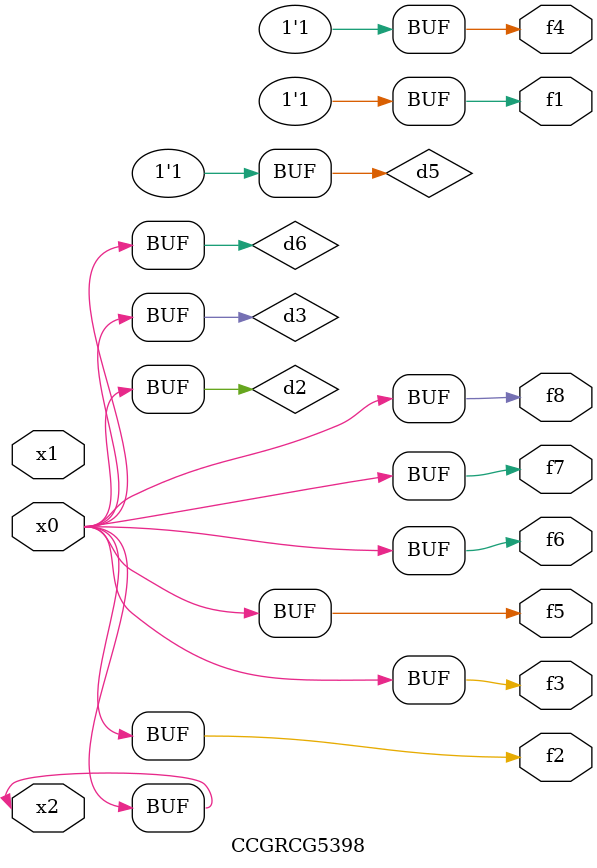
<source format=v>
module CCGRCG5398(
	input x0, x1, x2,
	output f1, f2, f3, f4, f5, f6, f7, f8
);

	wire d1, d2, d3, d4, d5, d6;

	xnor (d1, x2);
	buf (d2, x0, x2);
	and (d3, x0);
	xnor (d4, x1, x2);
	nand (d5, d1, d3);
	buf (d6, d2, d3);
	assign f1 = d5;
	assign f2 = d6;
	assign f3 = d6;
	assign f4 = d5;
	assign f5 = d6;
	assign f6 = d6;
	assign f7 = d6;
	assign f8 = d6;
endmodule

</source>
